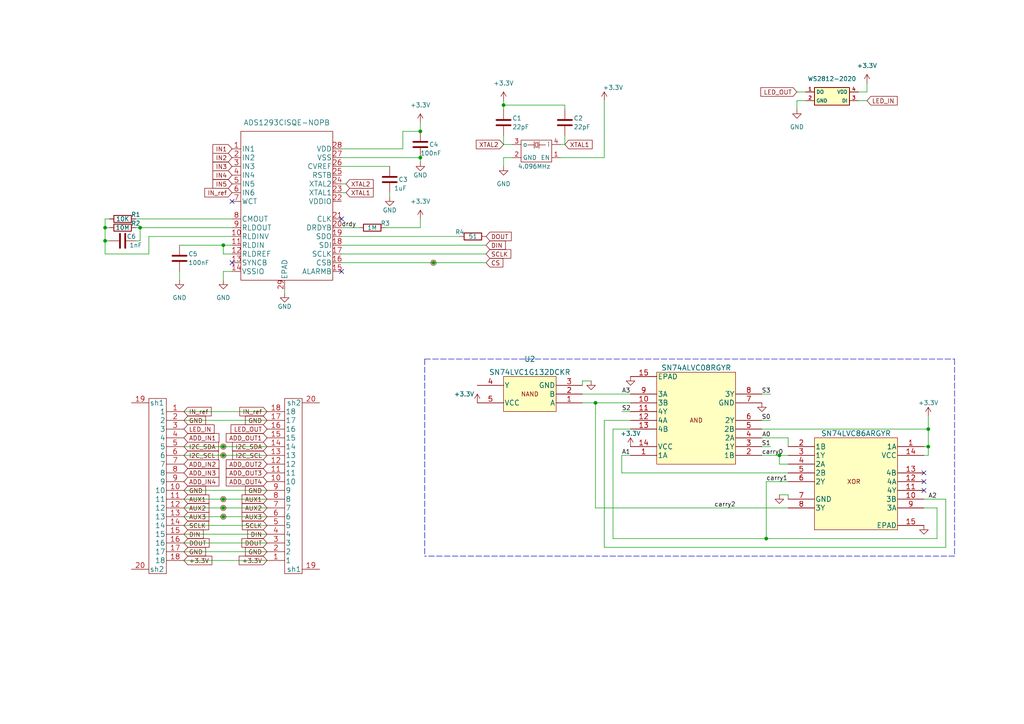
<source format=kicad_sch>
(kicad_sch (version 20211123) (generator eeschema)
  (paper "A4")
  (lib_symbols
    (symbol "Device:C" (pin_numbers hide) (pin_names (offset 0.254))
      (property "Reference" "C" (at 0.635 2.54 0))
      (property "Value" "C" (at 0.635 -2.54 0))
      (symbol "C_0_1"
        (polyline (pts (xy -2.032 -0.762) (xy 2.032 -0.762)) (stroke (width 0.508)))
        (polyline (pts (xy -2.032 0.762) (xy 2.032 0.762)) (stroke (width 0.508)))
      )
      (symbol "C_1_1"
        (pin passive line (at 0 3.81 270) (length 2.794) (name "~") (number "1"))
        (pin passive line (at 0 -3.81 90) (length 2.794) (name "~") (number "2"))
      )
    )
    (symbol "Device:R" (pin_numbers hide) (pin_names (offset 0))
      (property "Reference" "R" (at 2.032 0 90))
      (property "Value" "R" (at 0 0 90))
      (symbol "R_0_1"
        (rectangle (start -1.016 -2.54) (end 1.016 2.54) (stroke (width 0.254)))
      )
      (symbol "R_1_1"
        (pin passive line (at 0 3.81 270) (length 1.27) (name "~") (number "1"))
        (pin passive line (at 0 -3.81 90) (length 1.27) (name "~") (number "2"))
      )
    )
    (symbol "SN74ALVC08RGYR_1" (pin_names (offset 0.254))
      (property "Reference" "U" (at 8.89 3.81 0))
      (property "Value" "SN74ALVC08RGYR_1" (at 17.78 -25.4 0))
      (symbol "SN74ALVC08RGYR_1_0_0"
        (text "AND" (at 19.05 -10.16 0) (effects (font (size 1.27 1.27))))
      )
      (symbol "SN74ALVC08RGYR_1_1_1"
        (rectangle (start 7.62 2.54) (end 30.48 -24.13) (fill (type background)))
        (pin input line (at 38.1 0 180) (length 7.62) (name "1A") (number "1"))
        (pin input line (at 38.1 -15.24 180) (length 7.62) (name "3B") (number "10"))
        (pin output line (at 38.1 -12.7 180) (length 7.62) (name "4Y") (number "11"))
        (pin input line (at 38.1 -10.16 180) (length 7.62) (name "4A") (number "12"))
        (pin input line (at 38.1 -7.62 180) (length 7.62) (name "4B") (number "13"))
        (pin power_in line (at 38.1 -2.54 180) (length 7.62) (name "VCC") (number "14"))
        (pin unspecified line (at 38.1 -22.86 180) (length 7.62) (name "EPAD") (number "15"))
        (pin input line (at 0 0 0) (length 7.62) (name "1B") (number "2"))
        (pin output line (at 0 -2.54 0) (length 7.62) (name "1Y") (number "3"))
        (pin input line (at 0 -5.08 0) (length 7.62) (name "2A") (number "4"))
        (pin input line (at 0 -7.62 0) (length 7.62) (name "2B") (number "5"))
        (pin output line (at 0 -10.16 0) (length 7.62) (name "2Y") (number "6"))
        (pin power_in line (at 0 -15.24 0) (length 7.62) (name "GND") (number "7"))
        (pin output line (at 0 -17.78 0) (length 7.62) (name "3Y") (number "8"))
        (pin input line (at 38.1 -17.78 180) (length 7.62) (name "3A") (number "9"))
      )
    )
    (symbol "SN74LVC1G132DCKR:SN74LVC1G132DCKR" (pin_names (offset 0.254))
      (property "Reference" "U" (at 8.89 3.81 0))
      (property "Value" "SN74LVC1G132DCKR" (at 19.05 -10.16 0))
      (symbol "SN74LVC1G132DCKR_0_0"
        (text "NAND" (at 15.24 -2.54 0) (effects (font (size 1.27 1.27))))
      )
      (symbol "SN74LVC1G132DCKR_0_1"
        (rectangle (start 7.62 2.54) (end 22.86 -7.62) (fill (type background)))
      )
      (symbol "SN74LVC1G132DCKR_1_1"
        (pin input line (at 0 0 0) (length 7.62) (name "A") (number "1"))
        (pin input line (at 0 -2.54 0) (length 7.62) (name "B") (number "2"))
        (pin power_in line (at 0 -5.08 0) (length 7.62) (name "GND") (number "3"))
        (pin output line (at 30.48 -5.08 180) (length 7.62) (name "Y") (number "4"))
        (pin power_in line (at 30.48 0 180) (length 7.62) (name "VCC") (number "5"))
      )
    )
    (symbol "SN74LVC86ARGYR_1" (pin_names (offset 0.254))
      (property "Reference" "U" (at 8.89 3.81 0))
      (property "Value" "SN74LVC86ARGYR_1" (at 17.78 -25.4 0))
      (symbol "SN74LVC86ARGYR_1_0_0"
        (text "XOR" (at 19.05 -10.16 0) (effects (font (size 1.27 1.27))))
      )
      (symbol "SN74LVC86ARGYR_1_1_1"
        (rectangle (start 7.62 2.54) (end 31.75 -24.13) (fill (type background)))
        (pin input line (at 39.37 0 180) (length 7.62) (name "1A") (number "1"))
        (pin input line (at 39.37 -15.24 180) (length 7.62) (name "3B") (number "10"))
        (pin output line (at 39.37 -12.7 180) (length 7.62) (name "4Y") (number "11"))
        (pin input line (at 39.37 -10.16 180) (length 7.62) (name "4A") (number "12"))
        (pin input line (at 39.37 -7.62 180) (length 7.62) (name "4B") (number "13"))
        (pin power_in line (at 39.37 -2.54 180) (length 7.62) (name "VCC") (number "14"))
        (pin unspecified line (at 39.37 -22.86 180) (length 7.62) (name "EPAD") (number "15"))
        (pin input line (at 0 0 0) (length 7.62) (name "1B") (number "2"))
        (pin output line (at 0 -2.54 0) (length 7.62) (name "1Y") (number "3"))
        (pin input line (at 0 -5.08 0) (length 7.62) (name "2A") (number "4"))
        (pin input line (at 0 -7.62 0) (length 7.62) (name "2B") (number "5"))
        (pin output line (at 0 -10.16 0) (length 7.62) (name "2Y") (number "6"))
        (pin power_in line (at 0 -15.24 0) (length 7.62) (name "GND") (number "7"))
        (pin output line (at 0 -17.78 0) (length 7.62) (name "3Y") (number "8"))
        (pin input line (at 39.37 -17.78 180) (length 7.62) (name "3A") (number "9"))
      )
    )
    (symbol "TestPoint_5" (pin_numbers hide) (pin_names (offset 0.762) hide)
      (property "Reference" "TP" (at 0 6.858 0))
      (property "Value" "TestPoint_5" (at 0 5.08 0))
      (symbol "TestPoint_5_0_1"
        (circle (center 0 0) (radius 0.762))
      )
      (symbol "TestPoint_5_1_1"
        (pin passive line (at 0 0 90) (length 0) (name "1") (number "1"))
      )
    )
    (symbol "XF2J-1824-12A:XF2J-1824-12A" (pin_names (offset 0.254))
      (property "Reference" "J" (at 11.43 -24.13 0))
      (property "Value" "XF2J-1824-12A" (at 20.32 -26.67 0))
      (symbol "XF2J-1824-12A_0_1"
        (rectangle (start 5.08 3.81) (end 10.16 -46.99))
      )
      (symbol "XF2J-1824-12A_1_1"
        (pin unspecified line (at 0 0 0) (length 5.08) (name "1") (number "1"))
        (pin unspecified line (at 0 -22.86 0) (length 5.08) (name "10") (number "10"))
        (pin unspecified line (at 0 -25.4 0) (length 5.08) (name "11") (number "11"))
        (pin unspecified line (at 0 -27.94 0) (length 5.08) (name "12") (number "12"))
        (pin unspecified line (at 0 -30.48 0) (length 5.08) (name "13") (number "13"))
        (pin unspecified line (at 0 -33.02 0) (length 5.08) (name "14") (number "14"))
        (pin unspecified line (at 0 -35.56 0) (length 5.08) (name "15") (number "15"))
        (pin unspecified line (at 0 -38.1 0) (length 5.08) (name "16") (number "16"))
        (pin unspecified line (at 0 -40.64 0) (length 5.08) (name "17") (number "17"))
        (pin unspecified line (at 0 -43.18 0) (length 5.08) (name "18") (number "18"))
        (pin unspecified line (at 15.24 2.54 180) (length 5.08) (name "sh1") (number "19"))
        (pin unspecified line (at 0 -2.54 0) (length 5.08) (name "2") (number "2"))
        (pin unspecified line (at 15.24 -45.72 180) (length 5.08) (name "sh2") (number "20"))
        (pin unspecified line (at 0 -5.08 0) (length 5.08) (name "3") (number "3"))
        (pin unspecified line (at 0 -7.62 0) (length 5.08) (name "4") (number "4"))
        (pin unspecified line (at 0 -10.16 0) (length 5.08) (name "5") (number "5"))
        (pin unspecified line (at 0 -12.7 0) (length 5.08) (name "6") (number "6"))
        (pin unspecified line (at 0 -15.24 0) (length 5.08) (name "7") (number "7"))
        (pin unspecified line (at 0 -17.78 0) (length 5.08) (name "8") (number "8"))
        (pin unspecified line (at 0 -20.32 0) (length 5.08) (name "9") (number "9"))
      )
    )
    (symbol "ads1293:ADS1293CISQE-NOPB" (pin_names (offset 0.254))
      (property "Reference" "U" (at 5.08 1.27 0))
      (property "Value" "ADS1293CISQE-NOPB" (at 16.51 -1.27 0))
      (symbol "ADS1293CISQE-NOPB_0_1"
        (rectangle (start 2.54 0) (end 29.21 -43.18))
      )
      (symbol "ADS1293CISQE-NOPB_1_1"
        (pin input line (at 0 -5.08 0) (length 2.54) (name "IN1") (number "1"))
        (pin input line (at 0 -30.48 0) (length 2.54) (name "RLDINV") (number "10"))
        (pin bidirectional line (at 0 -33.02 0) (length 2.54) (name "RLDIN") (number "11"))
        (pin output line (at 0 -35.56 0) (length 2.54) (name "RLDREF") (number "12"))
        (pin bidirectional line (at 0 -38.1 0) (length 2.54) (name "SYNCB") (number "13"))
        (pin power_in line (at 0 -40.64 0) (length 2.54) (name "VSSIO") (number "14"))
        (pin output line (at 31.75 -40.64 180) (length 2.54) (name "ALARMB") (number "15"))
        (pin input line (at 31.75 -38.1 180) (length 2.54) (name "CSB") (number "16"))
        (pin input line (at 31.75 -35.56 180) (length 2.54) (name "SCLK") (number "17"))
        (pin input line (at 31.75 -33.02 180) (length 2.54) (name "SDI") (number "18"))
        (pin output line (at 31.75 -30.48 180) (length 2.54) (name "SDO") (number "19"))
        (pin input line (at 0 -7.62 0) (length 2.54) (name "IN2") (number "2"))
        (pin output line (at 31.75 -27.94 180) (length 2.54) (name "DRDYB") (number "20"))
        (pin bidirectional line (at 31.75 -25.4 180) (length 2.54) (name "CLK") (number "21"))
        (pin power_in line (at 31.75 -20.32 180) (length 2.54) (name "VDDIO") (number "22"))
        (pin input line (at 31.75 -17.78 180) (length 2.54) (name "XTAL1") (number "23"))
        (pin input line (at 31.75 -15.24 180) (length 2.54) (name "XTAL2") (number "24"))
        (pin input line (at 31.75 -12.7 180) (length 2.54) (name "RSTB") (number "25"))
        (pin bidirectional line (at 31.75 -10.16 180) (length 2.54) (name "CVREF") (number "26"))
        (pin power_in line (at 31.75 -7.62 180) (length 2.54) (name "VSS") (number "27"))
        (pin power_in line (at 31.75 -5.08 180) (length 2.54) (name "VDD") (number "28"))
        (pin unspecified line (at 15.24 -45.72 90) (length 2.54) (name "EPAD") (number "29"))
        (pin input line (at 0 -10.16 0) (length 2.54) (name "IN3") (number "3"))
        (pin input line (at 0 -12.7 0) (length 2.54) (name "IN4") (number "4"))
        (pin input line (at 0 -15.24 0) (length 2.54) (name "IN5") (number "5"))
        (pin input line (at 0 -17.78 0) (length 2.54) (name "IN6") (number "6"))
        (pin output line (at 0 -20.32 0) (length 2.54) (name "WCT") (number "7"))
        (pin output line (at 0 -25.4 0) (length 2.54) (name "CMOUT") (number "8"))
        (pin output line (at 0 -27.94 0) (length 2.54) (name "RLDOUT") (number "9"))
      )
    )
    (symbol "custom:TestPoint" (pin_numbers hide) (pin_names (offset 0.762) hide)
      (property "Reference" "TP" (at 0 6.858 0))
      (property "Value" "TestPoint" (at 0 5.08 0))
      (symbol "TestPoint_0_1"
        (circle (center 0 0) (radius 0.762))
      )
      (symbol "TestPoint_1_1"
        (pin passive line (at 0 0 90) (length 0) (name "1") (number "1"))
      )
    )
    (symbol "custom:WS2812-2020"
      (property "Reference" "U" (at 2.54 2.54 0))
      (property "Value" "WS2812-2020" (at 7.62 -5.08 0))
      (symbol "WS2812-2020_0_0"
        (rectangle (start 2.54 1.27) (end 12.7 -3.81) (stroke (width 0.254)) (fill (type background)))
      )
      (symbol "WS2812-2020_1_1"
        (pin input line (at 0 0 0) (length 2.54) (name "DO") (number "1"))
        (pin power_in line (at 0 -2.54 0) (length 2.54) (name "GND") (number "2"))
        (pin output line (at 15.24 -2.54 180) (length 2.54) (name "DI") (number "3"))
        (pin power_in line (at 15.24 0 180) (length 2.54) (name "VDD") (number "4"))
      )
    )
    (symbol "custom:XTAL"
      (property "Reference" "XTAL" (at 3.81 2.54 0))
      (symbol "XTAL_0_1"
        (polyline (pts (xy 4.318 -3.683) (xy 6.223 -3.683)))
        (polyline (pts (xy 6.223 -2.667) (xy 6.223 -4.699)))
        (polyline (pts (xy 7.62 -3.683) (xy 9.525 -3.683)))
        (polyline (pts (xy 7.62 -2.667) (xy 7.62 -4.699)))
        (polyline (pts (xy 6.604 -4.318) (xy 6.604 -3.048) (xy 7.239 -3.048) (xy 7.239 -4.318) (xy 6.604 -4.318)))
        (rectangle (start 2.54 1.27) (end 11.43 -5.08))
      )
      (symbol "XTAL_1_1"
        (pin input line (at 0 0 0) (length 2.54) (name "EN") (number "1"))
        (pin power_in line (at 13.97 0 180) (length 2.54) (name "GND") (number "2"))
        (pin output line (at 13.97 -3.81 180) (length 2.54) (name "o") (number "3"))
        (pin power_in line (at 0 -3.81 0) (length 2.54) (name "i") (number "4"))
      )
    )
    (symbol "power:+3.3V" (power) (pin_names (offset 0))
      (property "Value" "+3.3V" (at 0 3.556 0))
      (symbol "+3.3V_0_1"
        (polyline (pts (xy -0.762 1.27) (xy 0 2.54)))
        (polyline (pts (xy 0 0) (xy 0 2.54)))
        (polyline (pts (xy 0 2.54) (xy 0.762 1.27)))
      )
      (symbol "+3.3V_1_1"
        (pin power_in line (at 0 0 90) (length 0) hide (name "+3.3V") (number "1"))
      )
    )
    (symbol "power:GND" (power) (pin_names (offset 0))
      (property "Value" "GND" (at 0 -3.81 0))
      (symbol "GND_0_1"
        (polyline (pts (xy 0 0) (xy 0 -1.27) (xy 1.27 -1.27) (xy 0 -2.54) (xy -1.27 -1.27) (xy 0 -1.27)))
      )
      (symbol "GND_1_1"
        (pin power_in line (at 0 0 270) (length 0) hide (name "GND") (number "1"))
      )
    )
  )
  (junction (at 222.25 156.21))
  (junction (at 269.24 124.46))
  (junction (at 121.92 45.72))
  (junction (at 226.06 132.08))
  (junction (at 64.77 147.32))
  (junction (at 146.05 30.48))
  (junction (at 40.64 66.04))
  (junction (at 125.73 76.2))
  (junction (at 30.48 66.04))
  (junction (at 269.24 129.54))
  (junction (at 121.92 38.1))
  (junction (at 172.72 116.84))
  (junction (at 64.77 132.08))
  (junction (at 64.77 129.54))
  (junction (at 30.48 69.85))
  (junction (at 64.77 144.78))
  (junction (at 64.77 149.86))
  (junction (at 64.77 71.12))
  (no_connect (at 267.97 137.16))
  (no_connect (at 267.97 142.24))
  (no_connect (at 267.97 139.7))
  (no_connect (at 67.31 58.42))
  (no_connect (at 99.06 78.74))
  (no_connect (at 67.31 76.2))
  (no_connect (at 99.06 63.5))
  (wire (pts (xy 53.34 147.32) (xy 64.77 147.32)))
  (wire (pts (xy 99.06 43.18) (xy 116.84 43.18)))
  (wire (pts (xy 233.68 29.21) (xy 231.14 29.21)))
  (wire (pts (xy 267.97 132.08) (xy 269.24 132.08)))
  (wire (pts (xy 220.98 129.54) (xy 223.52 129.54)))
  (wire (pts (xy 64.77 147.32) (xy 77.47 147.32)))
  (wire (pts (xy 228.6 143.51) (xy 228.6 144.78)))
  (polyline (pts (xy 123.19 104.14) (xy 123.19 161.29)))
  (polyline (pts (xy 123.19 104.14) (xy 276.86 104.14)))
  (wire (pts (xy 177.8 156.21) (xy 222.25 156.21)))
  (wire (pts (xy 162.56 45.72) (xy 175.26 45.72)))
  (wire (pts (xy 53.34 149.86) (xy 64.77 149.86)))
  (wire (pts (xy 148.59 45.72) (xy 146.05 45.72)))
  (wire (pts (xy 121.92 38.1) (xy 121.92 35.56)))
  (wire (pts (xy 180.34 119.38) (xy 182.88 119.38)))
  (wire (pts (xy 30.48 69.85) (xy 31.75 69.85)))
  (wire (pts (xy 251.46 29.21) (xy 248.92 29.21)))
  (wire (pts (xy 220.98 132.08) (xy 226.06 132.08)))
  (wire (pts (xy 53.34 152.4) (xy 77.47 152.4)))
  (wire (pts (xy 30.48 63.5) (xy 30.48 66.04)))
  (wire (pts (xy 121.92 45.72) (xy 121.92 46.99)))
  (wire (pts (xy 82.55 83.82) (xy 82.55 85.09)))
  (wire (pts (xy 39.37 66.04) (xy 40.64 66.04)))
  (wire (pts (xy 99.06 71.12) (xy 140.97 71.12)))
  (wire (pts (xy 146.05 41.91) (xy 148.59 41.91)))
  (wire (pts (xy 220.98 127) (xy 228.6 127)))
  (wire (pts (xy 222.25 139.7) (xy 228.6 139.7)))
  (wire (pts (xy 163.83 31.75) (xy 163.83 30.48)))
  (wire (pts (xy 53.34 121.92) (xy 77.47 121.92)))
  (wire (pts (xy 52.07 78.74) (xy 52.07 81.28)))
  (wire (pts (xy 53.34 157.48) (xy 77.47 157.48)))
  (wire (pts (xy 53.34 132.08) (xy 64.77 132.08)))
  (wire (pts (xy 64.77 129.54) (xy 77.47 129.54)))
  (wire (pts (xy 248.92 26.67) (xy 251.46 26.67)))
  (wire (pts (xy 31.75 63.5) (xy 30.48 63.5)))
  (wire (pts (xy 172.72 147.32) (xy 228.6 147.32)))
  (wire (pts (xy 222.25 139.7) (xy 222.25 156.21)))
  (wire (pts (xy 64.77 144.78) (xy 77.47 144.78)))
  (wire (pts (xy 180.34 132.08) (xy 180.34 137.16)))
  (wire (pts (xy 226.06 143.51) (xy 228.6 143.51)))
  (wire (pts (xy 43.18 73.66) (xy 30.48 73.66)))
  (wire (pts (xy 168.91 114.3) (xy 182.88 114.3)))
  (wire (pts (xy 111.76 66.04) (xy 121.92 66.04)))
  (wire (pts (xy 231.14 29.21) (xy 231.14 31.75)))
  (wire (pts (xy 99.06 53.34) (xy 100.33 53.34)))
  (wire (pts (xy 99.06 73.66) (xy 140.97 73.66)))
  (wire (pts (xy 180.34 137.16) (xy 228.6 137.16)))
  (wire (pts (xy 220.98 124.46) (xy 269.24 124.46)))
  (wire (pts (xy 53.34 144.78) (xy 64.77 144.78)))
  (wire (pts (xy 125.73 76.2) (xy 140.97 76.2)))
  (wire (pts (xy 53.34 129.54) (xy 64.77 129.54)))
  (wire (pts (xy 99.06 76.2) (xy 125.73 76.2)))
  (wire (pts (xy 99.06 68.58) (xy 133.35 68.58)))
  (wire (pts (xy 172.72 116.84) (xy 172.72 147.32)))
  (wire (pts (xy 267.97 144.78) (xy 274.32 144.78)))
  (wire (pts (xy 226.06 134.62) (xy 226.06 132.08)))
  (wire (pts (xy 171.45 110.49) (xy 168.91 110.49)))
  (wire (pts (xy 146.05 30.48) (xy 163.83 30.48)))
  (wire (pts (xy 222.25 156.21) (xy 271.78 156.21)))
  (wire (pts (xy 43.18 68.58) (xy 43.18 73.66)))
  (wire (pts (xy 175.26 158.75) (xy 175.26 121.92)))
  (wire (pts (xy 53.34 160.02) (xy 77.47 160.02)))
  (wire (pts (xy 269.24 124.46) (xy 269.24 129.54)))
  (wire (pts (xy 182.88 132.08) (xy 180.34 132.08)))
  (wire (pts (xy 146.05 45.72) (xy 146.05 48.26)))
  (wire (pts (xy 39.37 63.5) (xy 67.31 63.5)))
  (wire (pts (xy 228.6 127) (xy 228.6 129.54)))
  (wire (pts (xy 162.56 41.91) (xy 163.83 41.91)))
  (wire (pts (xy 146.05 29.21) (xy 146.05 30.48)))
  (wire (pts (xy 146.05 30.48) (xy 146.05 31.75)))
  (polyline (pts (xy 276.86 104.14) (xy 276.86 161.29)))
  (wire (pts (xy 64.77 78.74) (xy 64.77 81.28)))
  (wire (pts (xy 31.75 66.04) (xy 30.48 66.04)))
  (wire (pts (xy 39.37 69.85) (xy 40.64 69.85)))
  (wire (pts (xy 172.72 116.84) (xy 182.88 116.84)))
  (wire (pts (xy 99.06 66.04) (xy 104.14 66.04)))
  (wire (pts (xy 53.34 142.24) (xy 77.47 142.24)))
  (wire (pts (xy 220.98 114.3) (xy 223.52 114.3)))
  (wire (pts (xy 67.31 78.74) (xy 64.77 78.74)))
  (wire (pts (xy 231.14 26.67) (xy 233.68 26.67)))
  (wire (pts (xy 99.06 45.72) (xy 121.92 45.72)))
  (wire (pts (xy 30.48 73.66) (xy 30.48 69.85)))
  (wire (pts (xy 168.91 110.49) (xy 168.91 111.76)))
  (wire (pts (xy 274.32 158.75) (xy 175.26 158.75)))
  (wire (pts (xy 228.6 134.62) (xy 226.06 134.62)))
  (wire (pts (xy 99.06 55.88) (xy 100.33 55.88)))
  (wire (pts (xy 269.24 120.65) (xy 269.24 124.46)))
  (wire (pts (xy 40.64 66.04) (xy 67.31 66.04)))
  (wire (pts (xy 64.77 149.86) (xy 77.47 149.86)))
  (wire (pts (xy 116.84 43.18) (xy 116.84 38.1)))
  (wire (pts (xy 251.46 26.67) (xy 251.46 24.13)))
  (wire (pts (xy 53.34 162.56) (xy 77.47 162.56)))
  (wire (pts (xy 67.31 73.66) (xy 64.77 73.66)))
  (wire (pts (xy 271.78 147.32) (xy 267.97 147.32)))
  (wire (pts (xy 99.06 48.26) (xy 113.03 48.26)))
  (wire (pts (xy 274.32 144.78) (xy 274.32 158.75)))
  (wire (pts (xy 226.06 132.08) (xy 228.6 132.08)))
  (wire (pts (xy 64.77 71.12) (xy 67.31 71.12)))
  (wire (pts (xy 40.64 66.04) (xy 40.64 69.85)))
  (wire (pts (xy 113.03 55.88) (xy 113.03 57.15)))
  (wire (pts (xy 121.92 66.04) (xy 121.92 63.5)))
  (wire (pts (xy 53.34 154.94) (xy 77.47 154.94)))
  (wire (pts (xy 64.77 73.66) (xy 64.77 71.12)))
  (wire (pts (xy 269.24 132.08) (xy 269.24 129.54)))
  (wire (pts (xy 220.98 121.92) (xy 223.52 121.92)))
  (wire (pts (xy 30.48 66.04) (xy 30.48 69.85)))
  (wire (pts (xy 177.8 124.46) (xy 177.8 156.21)))
  (wire (pts (xy 271.78 156.21) (xy 271.78 147.32)))
  (wire (pts (xy 43.18 68.58) (xy 67.31 68.58)))
  (wire (pts (xy 267.97 129.54) (xy 269.24 129.54)))
  (wire (pts (xy 163.83 41.91) (xy 163.83 39.37)))
  (wire (pts (xy 64.77 132.08) (xy 77.47 132.08)))
  (wire (pts (xy 168.91 116.84) (xy 172.72 116.84)))
  (wire (pts (xy 175.26 121.92) (xy 182.88 121.92)))
  (wire (pts (xy 121.92 38.1) (xy 116.84 38.1)))
  (wire (pts (xy 146.05 39.37) (xy 146.05 41.91)))
  (wire (pts (xy 175.26 45.72) (xy 175.26 29.21)))
  (wire (pts (xy 182.88 124.46) (xy 177.8 124.46)))
  (wire (pts (xy 53.34 119.38) (xy 77.47 119.38)))
  (polyline (pts (xy 276.86 161.29) (xy 123.19 161.29)))
  (wire (pts (xy 52.07 71.12) (xy 64.77 71.12)))
  (label "A0" (at 223.52 127 180))
  (label "S1" (at 223.52 129.54 180))
  (label "S0" (at 223.52 121.92 180))
  (label "carry2" (at 213.36 147.32 180))
  (label "A1" (at 180.34 132.08 0))
  (label "drdy" (at 99.06 66.04 0))
  (label "S3" (at 223.52 114.3 180))
  (label "S2" (at 180.34 119.38 0))
  (label "A3" (at 180.34 114.3 0))
  (label "carry0" (at 220.98 132.08 0))
  (label "carry1" (at 222.25 139.7 0))
  (label "A2" (at 269.24 144.78 0))
  (global_label "IN_ref" (shape input) (at 67.31 55.88 180) (property "Intersheet References" "${INTERSHEET_REFS}" (effects hide)))
  (global_label "GND" (shape input) (at 77.47 121.92 180) (property "Intersheet References" "${INTERSHEET_REFS}" (effects hide)))
  (global_label "AUX2" (shape input) (at 53.34 147.32 0) (property "Intersheet References" "${INTERSHEET_REFS}" (effects hide)))
  (global_label "ADD_OUT2" (shape input) (at 77.47 134.62 180) (property "Intersheet References" "${INTERSHEET_REFS}" (effects hide)))
  (global_label "XTAL1" (shape input) (at 100.33 55.88 0) (property "Intersheet References" "${INTERSHEET_REFS}" (effects hide)))
  (global_label "IN5" (shape input) (at 67.31 53.34 180) (property "Intersheet References" "${INTERSHEET_REFS}" (effects hide)))
  (global_label "ADD_IN3" (shape input) (at 53.34 137.16 0) (property "Intersheet References" "${INTERSHEET_REFS}" (effects hide)))
  (global_label "I2C_SCL" (shape input) (at 53.34 132.08 0) (property "Intersheet References" "${INTERSHEET_REFS}" (effects hide)))
  (global_label "DIN" (shape input) (at 53.34 154.94 0) (property "Intersheet References" "${INTERSHEET_REFS}" (effects hide)))
  (global_label "IN2" (shape input) (at 67.31 45.72 180) (property "Intersheet References" "${INTERSHEET_REFS}" (effects hide)))
  (global_label "LED_OUT" (shape input) (at 231.14 26.67 180) (property "Intersheet References" "${INTERSHEET_REFS}" (effects hide)))
  (global_label "GND" (shape input) (at 77.47 160.02 180) (property "Intersheet References" "${INTERSHEET_REFS}" (effects hide)))
  (global_label "DIN" (shape input) (at 140.97 71.12 0) (property "Intersheet References" "${INTERSHEET_REFS}" (effects hide)))
  (global_label "+3.3V" (shape input) (at 53.34 162.56 0) (property "Intersheet References" "${INTERSHEET_REFS}" (effects hide)))
  (global_label "DOUT" (shape input) (at 53.34 157.48 0) (property "Intersheet References" "${INTERSHEET_REFS}" (effects hide)))
  (global_label "DOUT" (shape input) (at 77.47 157.48 180) (property "Intersheet References" "${INTERSHEET_REFS}" (effects hide)))
  (global_label "XTAL1" (shape input) (at 163.83 41.91 0) (property "Intersheet References" "${INTERSHEET_REFS}" (effects hide)))
  (global_label "ADD_OUT1" (shape input) (at 77.47 127 180) (property "Intersheet References" "${INTERSHEET_REFS}" (effects hide)))
  (global_label "XTAL2" (shape input) (at 146.05 41.91 180) (property "Intersheet References" "${INTERSHEET_REFS}" (effects hide)))
  (global_label "AUX3" (shape input) (at 77.47 149.86 180) (property "Intersheet References" "${INTERSHEET_REFS}" (effects hide)))
  (global_label "ADD_IN2" (shape input) (at 53.34 134.62 0) (property "Intersheet References" "${INTERSHEET_REFS}" (effects hide)))
  (global_label "LED_OUT" (shape input) (at 77.47 124.46 180) (property "Intersheet References" "${INTERSHEET_REFS}" (effects hide)))
  (global_label "AUX1" (shape input) (at 77.47 144.78 180) (property "Intersheet References" "${INTERSHEET_REFS}" (effects hide)))
  (global_label "AUX2" (shape input) (at 77.47 147.32 180) (property "Intersheet References" "${INTERSHEET_REFS}" (effects hide)))
  (global_label "GND" (shape input) (at 77.47 142.24 180) (property "Intersheet References" "${INTERSHEET_REFS}" (effects hide)))
  (global_label "ADD_IN1" (shape input) (at 53.34 127 0) (property "Intersheet References" "${INTERSHEET_REFS}" (effects hide)))
  (global_label "LED_IN" (shape input) (at 251.46 29.21 0) (property "Intersheet References" "${INTERSHEET_REFS}" (effects hide)))
  (global_label "AUX3" (shape input) (at 53.34 149.86 0) (property "Intersheet References" "${INTERSHEET_REFS}" (effects hide)))
  (global_label "GND" (shape input) (at 53.34 160.02 0) (property "Intersheet References" "${INTERSHEET_REFS}" (effects hide)))
  (global_label "I2C_SDA" (shape input) (at 53.34 129.54 0) (property "Intersheet References" "${INTERSHEET_REFS}" (effects hide)))
  (global_label "ADD_OUT3" (shape input) (at 77.47 137.16 180) (property "Intersheet References" "${INTERSHEET_REFS}" (effects hide)))
  (global_label "LED_IN" (shape input) (at 53.34 124.46 0) (property "Intersheet References" "${INTERSHEET_REFS}" (effects hide)))
  (global_label "GND" (shape input) (at 53.34 121.92 0) (property "Intersheet References" "${INTERSHEET_REFS}" (effects hide)))
  (global_label "CS" (shape input) (at 140.97 76.2 0) (property "Intersheet References" "${INTERSHEET_REFS}" (effects hide)))
  (global_label "I2C_SDA" (shape input) (at 77.47 129.54 180) (property "Intersheet References" "${INTERSHEET_REFS}" (effects hide)))
  (global_label "I2C_SCL" (shape input) (at 77.47 132.08 180) (property "Intersheet References" "${INTERSHEET_REFS}" (effects hide)))
  (global_label "IN_ref" (shape input) (at 77.47 119.38 180) (property "Intersheet References" "${INTERSHEET_REFS}" (effects hide)))
  (global_label "AUX1" (shape input) (at 53.34 144.78 0) (property "Intersheet References" "${INTERSHEET_REFS}" (effects hide)))
  (global_label "IN4" (shape input) (at 67.31 50.8 180) (property "Intersheet References" "${INTERSHEET_REFS}" (effects hide)))
  (global_label "DOUT" (shape input) (at 140.97 68.58 0) (property "Intersheet References" "${INTERSHEET_REFS}" (effects hide)))
  (global_label "GND" (shape input) (at 53.34 142.24 0) (property "Intersheet References" "${INTERSHEET_REFS}" (effects hide)))
  (global_label "IN3" (shape input) (at 67.31 48.26 180) (property "Intersheet References" "${INTERSHEET_REFS}" (effects hide)))
  (global_label "DIN" (shape input) (at 77.47 154.94 180) (property "Intersheet References" "${INTERSHEET_REFS}" (effects hide)))
  (global_label "ADD_OUT4" (shape input) (at 77.47 139.7 180) (property "Intersheet References" "${INTERSHEET_REFS}" (effects hide)))
  (global_label "SCLK" (shape input) (at 140.97 73.66 0) (property "Intersheet References" "${INTERSHEET_REFS}" (effects hide)))
  (global_label "XTAL2" (shape input) (at 100.33 53.34 0) (property "Intersheet References" "${INTERSHEET_REFS}" (effects hide)))
  (global_label "SCLK" (shape input) (at 77.47 152.4 180) (property "Intersheet References" "${INTERSHEET_REFS}" (effects hide)))
  (global_label "+3.3V" (shape input) (at 77.47 162.56 180) (property "Intersheet References" "${INTERSHEET_REFS}" (effects hide)))
  (global_label "IN1" (shape input) (at 67.31 43.18 180) (property "Intersheet References" "${INTERSHEET_REFS}" (effects hide)))
  (global_label "IN_ref" (shape input) (at 53.34 119.38 0) (property "Intersheet References" "${INTERSHEET_REFS}" (effects hide)))
  (global_label "ADD_IN4" (shape input) (at 53.34 139.7 0) (property "Intersheet References" "${INTERSHEET_REFS}" (effects hide)))
  (global_label "SCLK" (shape input) (at 53.34 152.4 0) (property "Intersheet References" "${INTERSHEET_REFS}" (effects hide)))
  (symbol (lib_id "custom:TestPoint") (at 125.73 76.2 180) (unit 1)
    (property "Reference" "TP6" (effects hide))
    (property "Value" "TP_CS" (effects hide))
    (property "Footprint" "00_Custom:TestPoint_Pad_D1.0mm" (effects hide))
  )
  (symbol (lib_id "power:+3.3V") (at 121.92 63.5 0) (unit 1)
    (property "Reference" "#PWR07" (effects hide))
    (property "Value" "+3.3V" (at 121.92 58.42 0))
  )
  (symbol (lib_id "power:+3.3V") (at 175.26 29.21 0) (unit 1)
    (property "Reference" "#PWR014" (effects hide))
    (property "Value" "+3.3V" (at 177.8 25.4 0))
  )
  (symbol (lib_id "custom:TestPoint") (at 64.77 129.54 270) (unit 1)
    (property "Reference" "TP1" (effects hide))
    (property "Value" "TP_SDA" (effects hide))
    (property "Footprint" "00_Custom:TestPoint_Pad_D1.0mm" (effects hide))
  )
  (symbol (lib_id "Device:C") (at 35.56 69.85 90) (unit 1)
    (property "Reference" "C6" (at 38.1 68.58 90))
    (property "Value" "1nF" (at 39.37 71.12 90))
    (property "Footprint" "Capacitor_SMD:C_0201_0603Metric" (effects hide))
  )
  (symbol (lib_id "custom:TestPoint") (at 64.77 144.78 270) (unit 1)
    (property "Reference" "TP3" (effects hide))
    (property "Value" "TP_AUX1" (effects hide))
    (property "Footprint" "00_Custom:TestPoint_Pad_D1.0mm" (effects hide))
  )
  (symbol (lib_id "custom:TestPoint") (at 64.77 149.86 270) (unit 1)
    (property "Reference" "TP5" (effects hide))
    (property "Value" "TP_AUX3" (effects hide))
    (property "Footprint" "00_Custom:TestPoint_Pad_D1.0mm" (effects hide))
  )
  (symbol (lib_id "custom:WS2812-2020") (at 233.68 26.67 0) (unit 1)
    (property "Reference" "LED1" (effects hide))
    (property "Value" "WS2812-2020" (at 241.3 22.86 0))
    (property "Footprint" "00_Custom:WS2812-2020" (effects hide))
  )
  (symbol (lib_id "power:GND") (at 182.88 109.22 0) (unit 1)
    (property "Reference" "#PWR012" (effects hide))
    (property "Value" "GND" (effects hide))
  )
  (symbol (lib_id "Device:C") (at 113.03 52.07 0) (unit 1)
    (property "Reference" "C3" (at 115.57 52.07 0) (effects (justify left)))
    (property "Value" "1uF" (at 114.3 54.61 0) (effects (justify left)))
    (property "Footprint" "Capacitor_SMD:C_0201_0603Metric" (effects hide))
  )
  (symbol (lib_id "power:+3.3V") (at 121.92 35.56 0) (unit 1)
    (property "Reference" "#PWR05" (effects hide))
    (property "Value" "+3.3V" (at 121.92 30.48 0))
  )
  (symbol (lib_id "power:GND") (at 146.05 48.26 0) (unit 1)
    (property "Reference" "#PWR011" (effects hide))
    (property "Value" "GND" (at 146.05 53.34 0))
  )
  (symbol (lib_name "TestPoint_5") (lib_id "custom:TestPoint") (at 64.77 132.08 270) (unit 1)
    (property "Reference" "TP2" (effects hide))
    (property "Value" "TP_SCL" (effects hide))
    (property "Footprint" "00_Custom:TestPoint_Pad_D1.0mm" (effects hide))
  )
  (symbol (lib_name "SN74ALVC08RGYR_1") (lib_id "SN74ALVC08RGYR:SN74ALVC08RGYR") (at 220.98 132.08 180) (unit 1)
    (property "Reference" "U3" (effects hide))
    (property "Value" "SN74ALVC08RGYR" (at 201.93 106.68 0) (effects (font (size 1.524 1.524))))
    (property "Footprint" "00_Custom:SN74ALVC08RGYR" (effects hide))
  )
  (symbol (lib_id "power:GND") (at 64.77 81.28 0) (unit 1)
    (property "Reference" "#PWR02" (effects hide))
    (property "Value" "GND" (at 64.77 86.36 0))
  )
  (symbol (lib_id "power:GND") (at 226.06 143.51 0) (unit 1)
    (property "Reference" "#PWR016" (effects hide))
    (property "Value" "GND" (effects hide))
  )
  (symbol (lib_id "power:+3.3V") (at 251.46 24.13 0) (unit 1)
    (property "Reference" "#PWR019" (effects hide))
    (property "Value" "+3.3V" (at 251.46 19.05 0))
  )
  (symbol (lib_id "power:+3.3V") (at 146.05 29.21 0) (unit 1)
    (property "Reference" "#PWR010" (effects hide))
    (property "Value" "+3.3V" (at 146.05 24.13 0))
  )
  (symbol (lib_id "custom:XTAL") (at 162.56 45.72 180) (unit 1)
    (property "Reference" "XTAL1" (effects hide))
    (property "Value" "4.096MHz" (at 154.94 48.26 0))
    (property "Footprint" "00_Custom:SMD3225-4P" (effects hide))
  )
  (symbol (lib_id "power:+3.3V") (at 138.43 116.84 0) (unit 1)
    (property "Reference" "#PWR08" (effects hide))
    (property "Value" "+3.3V" (at 134.62 114.3 0))
  )
  (symbol (lib_id "power:+3.3V") (at 269.24 120.65 0) (unit 1)
    (property "Reference" "#PWR020" (effects hide))
    (property "Value" "+3.3V" (at 269.24 116.84 0))
  )
  (symbol (lib_id "power:GND") (at 52.07 81.28 0) (unit 1)
    (property "Reference" "#PWR01" (effects hide))
    (property "Value" "GND" (at 52.07 86.36 0))
  )
  (symbol (lib_id "Device:R") (at 35.56 66.04 90) (unit 1)
    (property "Reference" "R2" (at 39.37 64.77 90))
    (property "Value" "10M" (at 35.56 66.04 90))
    (property "Footprint" "Capacitor_SMD:C_0201_0603Metric" (effects hide))
  )
  (symbol (lib_id "SN74LVC1G132DCKR:SN74LVC1G132DCKR") (at 168.91 116.84 180) (unit 1)
    (property "Reference" "U2" (at 153.67 104.14 0) (effects (font (size 1.524 1.524))))
    (property "Value" "SN74LVC1G132DCKR" (at 153.67 107.95 0) (effects (font (size 1.524 1.524))))
    (property "Footprint" "00_Custom:SN74LVC1G132DCKR" (effects hide))
  )
  (symbol (lib_id "power:GND") (at 220.98 116.84 0) (unit 1)
    (property "Reference" "#PWR015" (effects hide))
    (property "Value" "GND" (effects hide))
  )
  (symbol (lib_id "power:+3.3V") (at 182.88 129.54 0) (unit 1)
    (property "Reference" "#PWR013" (effects hide))
    (property "Value" "+3.3V" (at 182.88 125.73 0))
  )
  (symbol (lib_id "XF2J-1824-12A:XF2J-1824-12A") (at 77.47 162.56 0) (mirror x) (unit 1)
    (property "Reference" "J2" (effects hide))
    (property "Value" "COM_OUT" (effects hide))
    (property "Footprint" "00_Custom:XF2J-1824-12A" (effects hide))
  )
  (symbol (lib_id "power:GND") (at 121.92 46.99 0) (unit 1)
    (property "Reference" "#PWR06" (effects hide))
    (property "Value" "GND" (at 121.92 50.8 0))
  )
  (symbol (lib_id "Device:R") (at 107.95 66.04 90) (unit 1)
    (property "Reference" "R3" (at 111.76 64.77 90))
    (property "Value" "1M" (at 107.95 66.04 90))
    (property "Footprint" "Capacitor_SMD:C_0201_0603Metric" (effects hide))
  )
  (symbol (lib_id "power:GND") (at 231.14 31.75 0) (unit 1)
    (property "Reference" "#PWR018" (effects hide))
    (property "Value" "GND" (at 231.14 36.83 0))
  )
  (symbol (lib_id "power:GND") (at 113.03 57.15 0) (unit 1)
    (property "Reference" "#PWR04" (effects hide))
    (property "Value" "GND" (at 113.03 60.96 0))
  )
  (symbol (lib_id "Device:C") (at 163.83 35.56 0) (unit 1)
    (property "Reference" "C2" (at 166.37 34.29 0) (effects (justify left)))
    (property "Value" "22pF" (at 166.37 36.83 0) (effects (justify left)))
    (property "Footprint" "Capacitor_SMD:C_0201_0603Metric" (effects hide))
  )
  (symbol (lib_id "Device:C") (at 146.05 35.56 0) (unit 1)
    (property "Reference" "C1" (at 148.59 34.29 0) (effects (justify left)))
    (property "Value" "22pF" (at 148.59 36.83 0) (effects (justify left)))
    (property "Footprint" "Capacitor_SMD:C_0201_0603Metric" (effects hide))
  )
  (symbol (lib_id "power:GND") (at 267.97 152.4 0) (unit 1)
    (property "Reference" "#PWR017" (effects hide))
    (property "Value" "GND" (effects hide))
  )
  (symbol (lib_id "power:GND") (at 82.55 85.09 0) (unit 1)
    (property "Reference" "#PWR03" (effects hide))
    (property "Value" "GND" (at 82.55 88.9 0))
  )
  (symbol (lib_id "Device:R") (at 35.56 63.5 90) (unit 1)
    (property "Reference" "R1" (at 39.37 62.23 90))
    (property "Value" "10K" (at 35.56 63.5 90))
    (property "Footprint" "Capacitor_SMD:C_0201_0603Metric" (effects hide))
  )
  (symbol (lib_id "Device:C") (at 52.07 74.93 0) (unit 1)
    (property "Reference" "C5" (at 54.61 73.66 0) (effects (justify left)))
    (property "Value" "100nF" (at 54.61 76.2 0) (effects (justify left)))
    (property "Footprint" "Capacitor_SMD:C_0201_0603Metric" (effects hide))
  )
  (symbol (lib_id "XF2J-1824-12A:XF2J-1824-12A") (at 53.34 119.38 0) (mirror y) (unit 1)
    (property "Reference" "J1" (effects hide))
    (property "Value" "COM_IN" (effects hide))
    (property "Footprint" "00_Custom:XF2J-1824-12A" (effects hide))
  )
  (symbol (lib_name "SN74LVC86ARGYR_1") (lib_id "SN74LVC86ARGYR:SN74LVC86ARGYR") (at 228.6 129.54 0) (unit 1)
    (property "Reference" "U4" (effects hide))
    (property "Value" "SN74LVC86ARGYR" (at 248.285 125.73 0) (effects (font (size 1.524 1.524))))
    (property "Footprint" "00_Custom:SN74LVC86ARGYR" (effects hide))
  )
  (symbol (lib_id "custom:TestPoint") (at 64.77 147.32 270) (unit 1)
    (property "Reference" "TP4" (effects hide))
    (property "Value" "TP_AUX2" (effects hide))
    (property "Footprint" "00_Custom:TestPoint_Pad_D1.0mm" (effects hide))
  )
  (symbol (lib_id "Device:R") (at 137.16 68.58 90) (unit 1)
    (property "Reference" "R4" (at 133.35 67.31 90))
    (property "Value" "51" (at 137.16 68.58 90))
    (property "Footprint" "Capacitor_SMD:C_0201_0603Metric" (effects hide))
  )
  (symbol (lib_id "Device:C") (at 121.92 41.91 0) (unit 1)
    (property "Reference" "C4" (at 124.46 41.91 0) (effects (justify left)))
    (property "Value" "100nF" (at 121.92 44.45 0) (effects (justify left)))
    (property "Footprint" "Capacitor_SMD:C_0201_0603Metric" (effects hide))
  )
  (symbol (lib_id "ads1293:ADS1293CISQE-NOPB") (at 67.31 38.1 0) (unit 1)
    (property "Reference" "U1" (effects hide))
    (property "Value" "ADS1293CISQE-NOPB" (at 83.185 35.56 0) (effects (font (size 1.524 1.524))))
    (property "Footprint" "00_Custom:ADS1293CISQE" (effects hide))
  )
  (symbol (lib_id "power:GND") (at 171.45 110.49 0) (unit 1)
    (property "Reference" "#PWR0101" (effects hide))
    (property "Value" "GND" (effects hide))
  )
)
</source>
